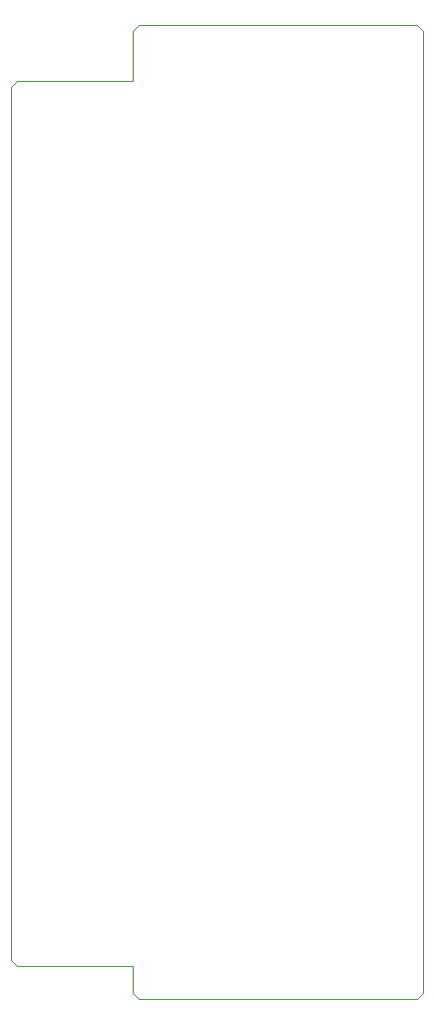
<source format=gbr>
%TF.GenerationSoftware,KiCad,Pcbnew,(6.0.8-1)-1*%
%TF.CreationDate,2022-10-29T13:01:03-05:00*%
%TF.ProjectId,VT100_ATX_DCDC,56543130-305f-4415-9458-5f444344432e,rev?*%
%TF.SameCoordinates,Original*%
%TF.FileFunction,Profile,NP*%
%FSLAX46Y46*%
G04 Gerber Fmt 4.6, Leading zero omitted, Abs format (unit mm)*
G04 Created by KiCad (PCBNEW (6.0.8-1)-1) date 2022-10-29 13:01:03*
%MOMM*%
%LPD*%
G01*
G04 APERTURE LIST*
%TA.AperFunction,Profile*%
%ADD10C,0.100000*%
%TD*%
%TA.AperFunction,Profile*%
%ADD11C,0.120000*%
%TD*%
G04 APERTURE END LIST*
D10*
X50800000Y-50733000D02*
X50800000Y-46482000D01*
X50800000Y-125730000D02*
X50731000Y-125733000D01*
X50800000Y-50733000D02*
X50731000Y-50733000D01*
X50800000Y-125730000D02*
X50800000Y-128016000D01*
X75438000Y-46482000D02*
X75438000Y-128016000D01*
X51308000Y-45974000D02*
X50800000Y-46482000D01*
X51308000Y-128524000D02*
X50800000Y-128016000D01*
X51308000Y-128524000D02*
X74930000Y-128524000D01*
X74930000Y-128524000D02*
X75438000Y-128016000D01*
X74930000Y-45974000D02*
X75438000Y-46482000D01*
X51308000Y-45974000D02*
X74930000Y-45974000D01*
D11*
%TO.C,U2*%
X40981000Y-125733000D02*
X50731000Y-125733000D01*
X40481000Y-125233000D02*
X40981000Y-125733000D01*
X40981000Y-50733000D02*
X40481000Y-51233000D01*
X40481000Y-125233000D02*
X40481000Y-51233000D01*
X40981000Y-50733000D02*
X50731000Y-50733000D01*
%TD*%
M02*

</source>
